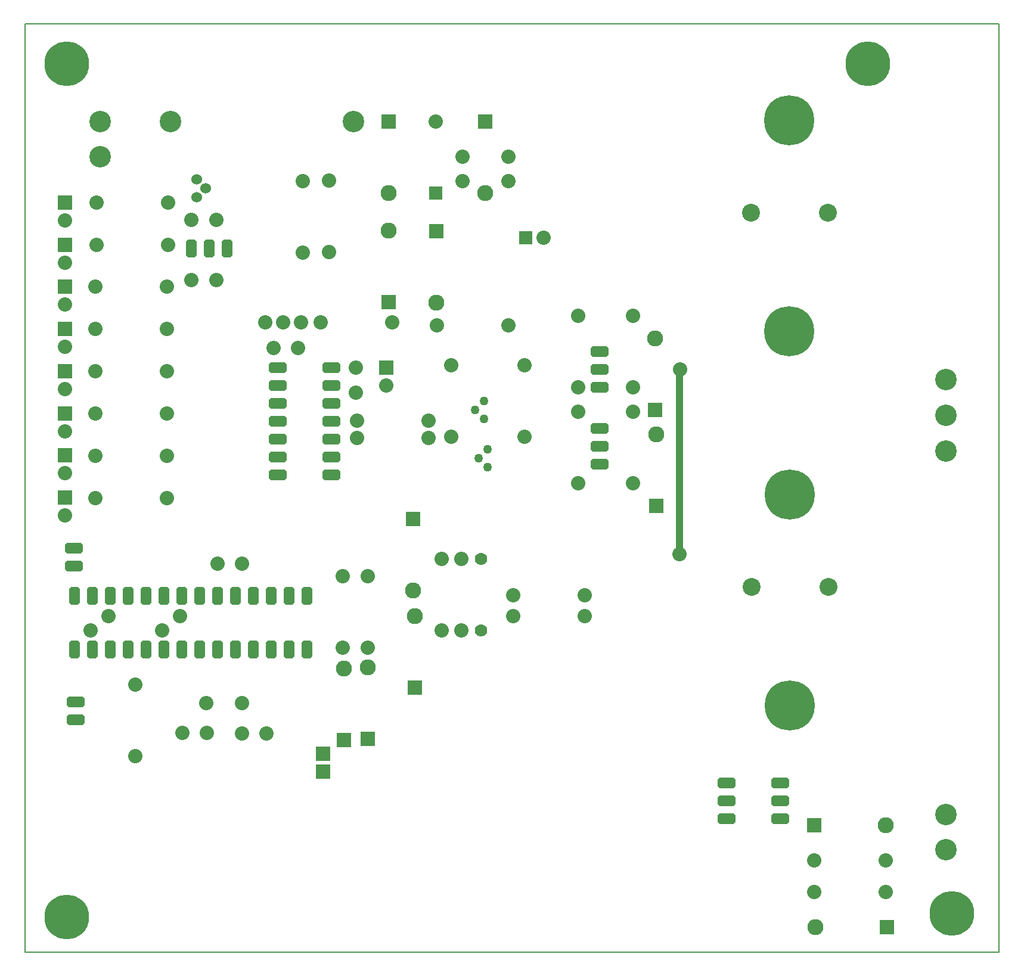
<source format=gbr>
G04 PROTEUS GERBER X2 FILE*
%TF.GenerationSoftware,Labcenter,Proteus,8.15-SP1-Build34318*%
%TF.CreationDate,2023-09-22T14:22:51+00:00*%
%TF.FileFunction,Copper,L1,Top*%
%TF.FilePolarity,Positive*%
%TF.Part,Single*%
%TF.SameCoordinates,{a03bde03-d8f0-4a32-bc8c-763bbf401456}*%
%FSLAX45Y45*%
%MOMM*%
G01*
%TA.AperFunction,Conductor*%
%ADD10C,1.016000*%
%TA.AperFunction,ViaPad*%
%ADD11C,2.032000*%
%TA.AperFunction,ComponentPad*%
%ADD12C,3.048000*%
%TA.AperFunction,OtherPad,Unknown*%
%ADD13C,6.350000*%
%TA.AperFunction,ComponentPad*%
%ADD14R,1.905000X1.905000*%
%ADD15C,2.032000*%
%ADD16R,2.032000X2.032000*%
%ADD17C,2.286000*%
%TA.AperFunction,ComponentPad*%
%ADD18C,1.524000*%
%AMDIL009*
4,1,8,
-1.270000,0.457200,-0.965200,0.762000,0.965200,0.762000,1.270000,0.457200,1.270000,-0.457200,
0.965200,-0.762000,-0.965200,-0.762000,-1.270000,-0.457200,-1.270000,0.457200,
0*%
%TA.AperFunction,ComponentPad*%
%ADD19DIL009*%
%TA.AperFunction,ComponentPad*%
%ADD70C,1.270000*%
%TA.AperFunction,ComponentPad*%
%ADD71C,2.540000*%
%ADD20C,7.112000*%
%AMDIL013*
4,1,8,
-0.762000,0.965200,-0.457200,1.270000,0.457200,1.270000,0.762000,0.965200,0.762000,-0.965200,
0.457200,-1.270000,-0.457200,-1.270000,-0.762000,-0.965200,-0.762000,0.965200,
0*%
%TA.AperFunction,ComponentPad*%
%ADD21DIL013*%
%TA.AperFunction,ComponentPad*%
%ADD22C,1.778000*%
%TA.AperFunction,Profile*%
%ADD23C,0.203200*%
%TD.AperFunction*%
D10*
X+1092200Y+1625600D02*
X+1079500Y+1612900D01*
X+1079500Y-1000000D01*
D11*
X+1092200Y+1625600D03*
X+1079500Y-1000000D03*
D12*
X-7150000Y+5150000D03*
X-7150000Y+4649620D03*
D13*
X-7620000Y+5969000D03*
X+3759200Y+5969000D03*
X-7620000Y-6157000D03*
X+4946440Y-6107000D03*
D12*
X-3550000Y+5150000D03*
X-6150000Y+5150000D03*
D14*
X-2378500Y+4134000D03*
D15*
X-2378500Y+5150000D03*
X-2000000Y+4650000D03*
X-2000000Y+4300000D03*
D16*
X-1678500Y+5150000D03*
D17*
X-1678500Y+4134000D03*
D16*
X-7650000Y+3400000D03*
D15*
X-7650000Y+3146000D03*
X-7200000Y+3400000D03*
X-6184000Y+3400000D03*
D16*
X-7650000Y+4000000D03*
D15*
X-7650000Y+3746000D03*
X-7200000Y+4000000D03*
X-6184000Y+4000000D03*
X-1350000Y+4300000D03*
X-1350000Y+4650000D03*
D14*
X-1104000Y+3500000D03*
D15*
X-850000Y+3500000D03*
X-2366000Y+2250000D03*
X-1350000Y+2250000D03*
D16*
X-2374900Y+3594100D03*
D17*
X-2374900Y+2578100D03*
D16*
X-3050000Y+5150000D03*
D17*
X-3050000Y+4134000D03*
D15*
X-3894500Y+3294100D03*
X-3894500Y+4310100D03*
D18*
X-5777000Y+4327000D03*
X-5650000Y+4200000D03*
X-5777000Y+4073000D03*
D15*
X-4266000Y+3284000D03*
X-4266000Y+4300000D03*
D16*
X-3050000Y+2584000D03*
D17*
X-3050000Y+3600000D03*
D16*
X-3086100Y+1651000D03*
D15*
X-3086100Y+1397000D03*
X-3517900Y+1301000D03*
X-3517900Y+1651000D03*
D19*
X-4622800Y+1651000D03*
X-4622800Y+1397000D03*
X-4622800Y+1143000D03*
X-4622800Y+889000D03*
X-4622800Y+635000D03*
X-4622800Y+381000D03*
X-4622800Y+127000D03*
X-3860800Y+127000D03*
X-3860800Y+381000D03*
X-3860800Y+635000D03*
X-3860800Y+889000D03*
X-3860800Y+1143000D03*
X-3860800Y+1397000D03*
X-3860800Y+1651000D03*
D15*
X-3500000Y+650000D03*
X-2484000Y+650000D03*
D70*
X-1642400Y+491400D03*
X-1769400Y+364400D03*
X-1642400Y+237400D03*
D15*
X-1121700Y+1685200D03*
X-1121700Y+669200D03*
X-3500000Y+900000D03*
X-2484000Y+900000D03*
D70*
X-1693200Y+1177200D03*
X-1820200Y+1050200D03*
X-1693200Y+923200D03*
D15*
X-2163100Y+1685200D03*
X-2163100Y+669200D03*
D19*
X-50800Y+787400D03*
X-50800Y+533400D03*
X-50800Y+279400D03*
X-50800Y+1879600D03*
X-50800Y+1625600D03*
X-50800Y+1371600D03*
D15*
X-355600Y+1028700D03*
X-355600Y+12700D03*
X-355600Y+1371600D03*
X-355600Y+2387600D03*
X+419100Y+12700D03*
X+419100Y+1028700D03*
X+419100Y+1371600D03*
X+419100Y+2387600D03*
D71*
X+2106440Y-1463180D03*
X+3193560Y-1463180D03*
D20*
X+2650000Y-150000D03*
X+2650000Y-3147200D03*
D71*
X+2098040Y+3850120D03*
X+3185160Y+3850120D03*
D20*
X+2641600Y+5163300D03*
X+2641600Y+2166100D03*
D16*
X+750000Y-316000D03*
D17*
X+750000Y+700000D03*
D16*
X+736600Y+1054100D03*
D17*
X+736600Y+2070100D03*
D21*
X-5850000Y+3350000D03*
X-5596000Y+3350000D03*
X-5342000Y+3350000D03*
D15*
X-5500000Y+2900000D03*
X-5850000Y+2900000D03*
X-5850000Y+3750000D03*
X-5500000Y+3750000D03*
D21*
X-7511100Y-2350900D03*
X-7257100Y-2350900D03*
X-7003100Y-2350900D03*
X-6749100Y-2350900D03*
X-6495100Y-2350900D03*
X-6241100Y-2350900D03*
X-5987100Y-2350900D03*
X-5733100Y-2350900D03*
X-5479100Y-2350900D03*
X-5225100Y-2350900D03*
X-4971100Y-2350900D03*
X-4717100Y-2350900D03*
X-4463100Y-2350900D03*
X-4209100Y-2350900D03*
X-4209100Y-1588900D03*
X-4463100Y-1588900D03*
X-4717100Y-1588900D03*
X-4971100Y-1588900D03*
X-5225100Y-1588900D03*
X-5479100Y-1588900D03*
X-5733100Y-1588900D03*
X-5987100Y-1588900D03*
X-6241100Y-1588900D03*
X-6495100Y-1588900D03*
X-6749100Y-1588900D03*
X-7003100Y-1588900D03*
X-7257100Y-1588900D03*
X-7509100Y-1588900D03*
D15*
X-5480000Y-1130000D03*
X-5130000Y-1130000D03*
X-2300800Y-1064600D03*
X-2300800Y-2080600D03*
X-2021400Y-2080600D03*
X-2021400Y-1064600D03*
D22*
X-1742000Y-1064600D03*
X-1742000Y-2080600D03*
D15*
X-5130200Y-3112695D03*
X-5638200Y-3112695D03*
X-5980000Y-3540000D03*
X-5630000Y-3540000D03*
X-4783005Y-3549205D03*
X-5133005Y-3549205D03*
X-4336300Y+1930400D03*
X-4686300Y+1930400D03*
X-4804000Y+2300000D03*
X-4296000Y+2300000D03*
X-4550000Y+2300000D03*
X-4016000Y+2300000D03*
X-3000000Y+2300000D03*
D19*
X-7521800Y-1169800D03*
X-7521800Y-915800D03*
D12*
X+4862400Y+469900D03*
X+4862400Y+977900D03*
X+4862400Y+1485900D03*
D15*
X-264000Y-1880000D03*
X-1280000Y-1880000D03*
X-264000Y-1580000D03*
X-1280000Y-1580000D03*
D16*
X-2680000Y-2896000D03*
D17*
X-2680000Y-1880000D03*
D16*
X-2700000Y-500000D03*
D17*
X-2700000Y-1516000D03*
D15*
X-6200000Y+2800000D03*
X-7216000Y+2800000D03*
X-6200000Y+2200000D03*
X-7216000Y+2200000D03*
X-6200000Y+1600000D03*
X-7216000Y+1600000D03*
X-6200000Y+1000000D03*
X-7216000Y+1000000D03*
D16*
X-7650000Y+2800000D03*
D15*
X-7650000Y+2546000D03*
D16*
X-7650000Y+2200000D03*
D15*
X-7650000Y+1946000D03*
D16*
X-7650000Y+1600000D03*
D15*
X-7650000Y+1346000D03*
D16*
X-7650000Y+1000000D03*
D15*
X-7650000Y+746000D03*
D16*
X-7650000Y+404000D03*
D15*
X-7650000Y+150000D03*
D16*
X-7650000Y-196000D03*
D15*
X-7650000Y-450000D03*
X-6200000Y+400000D03*
X-7216000Y+400000D03*
X-6200000Y-200000D03*
X-7216000Y-200000D03*
D16*
X-3980000Y-3830000D03*
X-3980000Y-4084000D03*
D12*
X+4861840Y-4700000D03*
X+4861840Y-5200380D03*
D15*
X-6014000Y-1880000D03*
X-7030000Y-1880000D03*
X-6650000Y-3866000D03*
X-6650000Y-2850000D03*
D19*
X+2511840Y-4758000D03*
X+2511840Y-4504000D03*
X+2511840Y-4250000D03*
X+1749840Y-4250000D03*
X+1749840Y-4504000D03*
X+1749840Y-4758000D03*
D16*
X+4027840Y-6300000D03*
D17*
X+3011840Y-6300000D03*
D15*
X+4011840Y-5800000D03*
X+2995840Y-5800000D03*
X+2995840Y-5350000D03*
X+4011840Y-5350000D03*
X-7280000Y-2080000D03*
X-6264000Y-2080000D03*
D16*
X+2995840Y-4850000D03*
D17*
X+4011840Y-4850000D03*
D15*
X-3700000Y-2326000D03*
X-3700000Y-1310000D03*
X-3350000Y-2326000D03*
X-3350000Y-1310000D03*
D16*
X-3350000Y-3626000D03*
D17*
X-3350000Y-2610000D03*
D16*
X-3690000Y-3636000D03*
D17*
X-3690000Y-2620000D03*
D19*
X-7500000Y-3354000D03*
X-7500000Y-3100000D03*
D23*
X-8214500Y-6651500D02*
X+5622000Y-6651500D01*
X+5622000Y+6540500D01*
X-8214500Y+6540500D01*
X-8214500Y-6651500D01*
M02*

</source>
